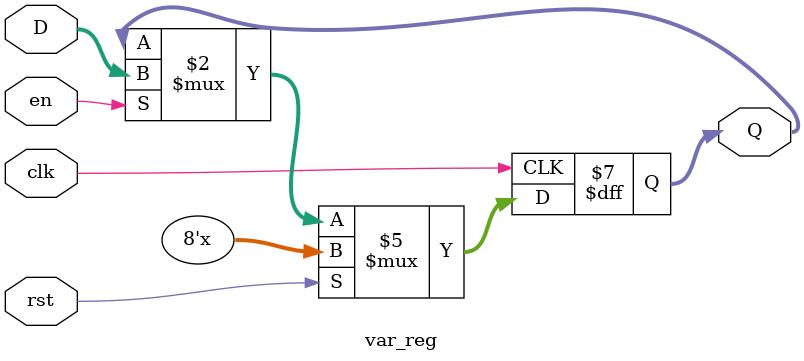
<source format=v>
module var_reg #(parameter size = 8)(
    input [size-1:0] D,
    input clk,
    input en,
    input rst,
    output reg [size-1:0] Q
);

    always @(posedge clk)
    begin
        if (rst)
            Q <= 'bx;
        else
            if (en)
                Q <= D;
    end
endmodule 

</source>
